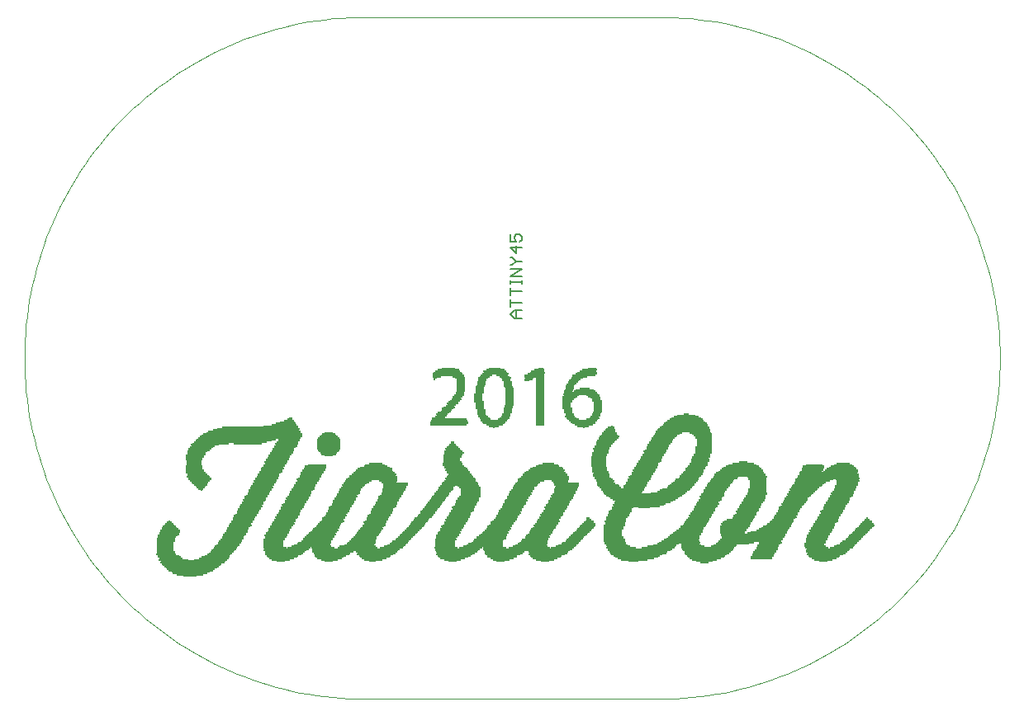
<source format=gto>
G75*
%MOIN*%
%OFA0B0*%
%FSLAX25Y25*%
%IPPOS*%
%LPD*%
%AMOC8*
5,1,8,0,0,1.08239X$1,22.5*
%
%ADD10C,0.00000*%
%ADD11C,0.00500*%
%ADD12R,0.05410X0.00541*%
%ADD13R,0.10810X0.00541*%
%ADD14R,0.14050X0.00540*%
%ADD15R,0.15670X0.00541*%
%ADD16R,0.17840X0.00540*%
%ADD17R,0.19460X0.00541*%
%ADD18R,0.21080X0.00540*%
%ADD19R,0.22160X0.00541*%
%ADD20R,0.23240X0.00540*%
%ADD21R,0.24320X0.00541*%
%ADD22R,0.25950X0.00540*%
%ADD23R,0.03250X0.00540*%
%ADD24R,0.26490X0.00541*%
%ADD25R,0.03250X0.00541*%
%ADD26R,0.03240X0.00541*%
%ADD27R,0.02700X0.00541*%
%ADD28R,0.03240X0.00541*%
%ADD29R,0.04330X0.00541*%
%ADD30R,0.07030X0.00541*%
%ADD31R,0.11900X0.00540*%
%ADD32R,0.13510X0.00540*%
%ADD33R,0.07570X0.00540*%
%ADD34R,0.07030X0.00540*%
%ADD35R,0.07560X0.00540*%
%ADD36R,0.07030X0.00540*%
%ADD37R,0.07560X0.00540*%
%ADD38R,0.10810X0.00540*%
%ADD39R,0.10270X0.00540*%
%ADD40R,0.09730X0.00541*%
%ADD41R,0.11890X0.00541*%
%ADD42R,0.10270X0.00541*%
%ADD43R,0.10270X0.00541*%
%ADD44R,0.09730X0.00541*%
%ADD45R,0.15130X0.00541*%
%ADD46R,0.12970X0.00541*%
%ADD47R,0.08650X0.00541*%
%ADD48R,0.09190X0.00541*%
%ADD49R,0.11350X0.00541*%
%ADD50R,0.11890X0.00541*%
%ADD51R,0.11900X0.00541*%
%ADD52R,0.17300X0.00541*%
%ADD53R,0.14590X0.00541*%
%ADD54R,0.08650X0.00541*%
%ADD55R,0.11890X0.00541*%
%ADD56R,0.08650X0.00540*%
%ADD57R,0.10270X0.00540*%
%ADD58R,0.12970X0.00540*%
%ADD59R,0.12970X0.00540*%
%ADD60R,0.12980X0.00540*%
%ADD61R,0.12430X0.00540*%
%ADD62R,0.18920X0.00540*%
%ADD63R,0.15670X0.00540*%
%ADD64R,0.08110X0.00541*%
%ADD65R,0.14590X0.00541*%
%ADD66R,0.14050X0.00541*%
%ADD67R,0.14600X0.00541*%
%ADD68R,0.14590X0.00541*%
%ADD69R,0.20540X0.00541*%
%ADD70R,0.16750X0.00541*%
%ADD71R,0.09730X0.00540*%
%ADD72R,0.15130X0.00540*%
%ADD73R,0.15680X0.00540*%
%ADD74R,0.15670X0.00540*%
%ADD75R,0.22700X0.00540*%
%ADD76R,0.18370X0.00540*%
%ADD77R,0.07570X0.00541*%
%ADD78R,0.09730X0.00541*%
%ADD79R,0.16210X0.00541*%
%ADD80R,0.16750X0.00541*%
%ADD81R,0.16760X0.00541*%
%ADD82R,0.16220X0.00541*%
%ADD83R,0.23780X0.00541*%
%ADD84R,0.18920X0.00541*%
%ADD85R,0.09190X0.00541*%
%ADD86R,0.07030X0.00540*%
%ADD87R,0.09730X0.00540*%
%ADD88R,0.17290X0.00540*%
%ADD89R,0.35130X0.00540*%
%ADD90R,0.17830X0.00540*%
%ADD91R,0.35130X0.00540*%
%ADD92R,0.25400X0.00540*%
%ADD93R,0.20000X0.00540*%
%ADD94R,0.08650X0.00540*%
%ADD95R,0.07030X0.00541*%
%ADD96R,0.18370X0.00541*%
%ADD97R,0.35670X0.00541*%
%ADD98R,0.36210X0.00541*%
%ADD99R,0.25940X0.00541*%
%ADD100R,0.20540X0.00541*%
%ADD101R,0.08640X0.00541*%
%ADD102R,0.17830X0.00541*%
%ADD103R,0.09190X0.00540*%
%ADD104R,0.16210X0.00540*%
%ADD105R,0.09180X0.00540*%
%ADD106R,0.09180X0.00540*%
%ADD107R,0.16750X0.00540*%
%ADD108R,0.13510X0.00540*%
%ADD109R,0.21620X0.00540*%
%ADD110R,0.08640X0.00540*%
%ADD111R,0.09190X0.00541*%
%ADD112R,0.08100X0.00541*%
%ADD113R,0.16210X0.00541*%
%ADD114R,0.08110X0.00541*%
%ADD115R,0.11350X0.00541*%
%ADD116R,0.09180X0.00541*%
%ADD117R,0.08640X0.00541*%
%ADD118R,0.08100X0.00540*%
%ADD119R,0.14590X0.00540*%
%ADD120R,0.09730X0.00540*%
%ADD121R,0.08110X0.00540*%
%ADD122R,0.08100X0.00541*%
%ADD123R,0.13510X0.00541*%
%ADD124R,0.07020X0.00541*%
%ADD125R,0.14050X0.00541*%
%ADD126R,0.07560X0.00541*%
%ADD127R,0.08110X0.00541*%
%ADD128R,0.07030X0.00541*%
%ADD129R,0.09190X0.00541*%
%ADD130R,0.13510X0.00541*%
%ADD131R,0.07020X0.00541*%
%ADD132R,0.12970X0.00541*%
%ADD133R,0.07030X0.00541*%
%ADD134R,0.10810X0.00540*%
%ADD135R,0.06480X0.00540*%
%ADD136R,0.25410X0.00540*%
%ADD137R,0.07570X0.00541*%
%ADD138R,0.12430X0.00541*%
%ADD139R,0.06490X0.00541*%
%ADD140R,0.08640X0.00541*%
%ADD141R,0.10810X0.00541*%
%ADD142R,0.25410X0.00541*%
%ADD143R,0.06490X0.00541*%
%ADD144R,0.11890X0.00540*%
%ADD145R,0.06490X0.00540*%
%ADD146R,0.11890X0.00540*%
%ADD147R,0.24870X0.00540*%
%ADD148R,0.06490X0.00541*%
%ADD149R,0.10270X0.00541*%
%ADD150R,0.06490X0.00541*%
%ADD151R,0.12970X0.00541*%
%ADD152R,0.25410X0.00541*%
%ADD153R,0.09190X0.00540*%
%ADD154R,0.11360X0.00540*%
%ADD155R,0.06490X0.00540*%
%ADD156R,0.11350X0.00540*%
%ADD157R,0.26490X0.00540*%
%ADD158R,0.11360X0.00541*%
%ADD159R,0.08110X0.00540*%
%ADD160R,0.10820X0.00540*%
%ADD161R,0.10820X0.00540*%
%ADD162R,0.16220X0.00540*%
%ADD163R,0.07020X0.00541*%
%ADD164R,0.09180X0.00541*%
%ADD165R,0.10270X0.00541*%
%ADD166R,0.06480X0.00541*%
%ADD167R,0.06480X0.00540*%
%ADD168R,0.10270X0.00540*%
%ADD169R,0.08640X0.00540*%
%ADD170R,0.06490X0.00540*%
%ADD171R,0.09180X0.00540*%
%ADD172R,0.08110X0.00540*%
%ADD173R,0.09730X0.00540*%
%ADD174R,0.11350X0.00540*%
%ADD175R,0.09190X0.00540*%
%ADD176R,0.05400X0.00541*%
%ADD177R,0.08640X0.00541*%
%ADD178R,0.06480X0.00541*%
%ADD179R,0.04320X0.00541*%
%ADD180R,0.05940X0.00541*%
%ADD181R,0.09180X0.00541*%
%ADD182R,0.05950X0.00541*%
%ADD183R,0.09730X0.00541*%
%ADD184R,0.05940X0.00541*%
%ADD185R,0.03240X0.00540*%
%ADD186R,0.09190X0.00540*%
%ADD187R,0.05940X0.00540*%
%ADD188R,0.05400X0.00540*%
%ADD189R,0.08110X0.00540*%
%ADD190R,0.11890X0.00540*%
%ADD191R,0.02160X0.00541*%
%ADD192R,0.08110X0.00541*%
%ADD193R,0.04320X0.00541*%
%ADD194R,0.01080X0.00540*%
%ADD195R,0.06480X0.00540*%
%ADD196R,0.03780X0.00540*%
%ADD197R,0.06480X0.00541*%
%ADD198R,0.02160X0.00541*%
%ADD199R,0.05940X0.00540*%
%ADD200R,0.01620X0.00540*%
%ADD201R,0.08640X0.00540*%
%ADD202R,0.01080X0.00540*%
%ADD203R,0.06480X0.00541*%
%ADD204R,0.05950X0.00540*%
%ADD205R,0.05950X0.00541*%
%ADD206R,0.04860X0.00541*%
%ADD207R,0.20540X0.00541*%
%ADD208R,0.21080X0.00540*%
%ADD209R,0.22700X0.00541*%
%ADD210R,0.05950X0.00540*%
%ADD211R,0.23780X0.00540*%
%ADD212R,0.25400X0.00541*%
%ADD213R,0.27560X0.00540*%
%ADD214R,0.28640X0.00541*%
%ADD215R,0.30820X0.00540*%
%ADD216R,0.31900X0.00541*%
%ADD217R,0.05940X0.00541*%
%ADD218R,0.15680X0.00541*%
%ADD219R,0.14060X0.00541*%
%ADD220R,0.16220X0.00540*%
%ADD221R,0.07570X0.00540*%
%ADD222R,0.00540X0.00541*%
%ADD223R,0.05940X0.00541*%
%ADD224R,0.17300X0.00541*%
%ADD225R,0.07570X0.00541*%
%ADD226R,0.10810X0.00541*%
%ADD227R,0.02160X0.00540*%
%ADD228R,0.17300X0.00540*%
%ADD229R,0.03240X0.00541*%
%ADD230R,0.04320X0.00540*%
%ADD231R,0.05400X0.00541*%
%ADD232R,0.09180X0.00541*%
%ADD233R,0.12430X0.00540*%
%ADD234R,0.14060X0.00540*%
%ADD235R,0.20540X0.00541*%
%ADD236R,0.12430X0.00541*%
%ADD237R,0.07570X0.00541*%
%ADD238R,0.15680X0.00541*%
%ADD239R,0.07030X0.00540*%
%ADD240R,0.10270X0.00540*%
%ADD241R,0.07570X0.00540*%
%ADD242R,0.25410X0.00540*%
%ADD243R,0.19460X0.00541*%
%ADD244R,0.19460X0.00541*%
%ADD245R,0.24870X0.00541*%
%ADD246R,0.18920X0.00541*%
%ADD247R,0.18380X0.00541*%
%ADD248R,0.08100X0.00540*%
%ADD249R,0.17840X0.00540*%
%ADD250R,0.20540X0.00540*%
%ADD251R,0.24330X0.00540*%
%ADD252R,0.23790X0.00541*%
%ADD253R,0.15680X0.00540*%
%ADD254R,0.07560X0.00541*%
%ADD255R,0.13520X0.00541*%
%ADD256R,0.07020X0.00540*%
%ADD257R,0.14060X0.00540*%
%ADD258R,0.13520X0.00540*%
%ADD259R,0.12440X0.00540*%
%ADD260R,0.15140X0.00541*%
%ADD261R,0.10820X0.00541*%
%ADD262R,0.13520X0.00540*%
%ADD263R,0.11360X0.00541*%
%ADD264R,0.05400X0.00540*%
%ADD265R,0.04860X0.00540*%
%ADD266R,0.03780X0.00541*%
%ADD267R,0.03780X0.00541*%
%ADD268R,0.04870X0.00541*%
%ADD269R,0.03780X0.00540*%
%ADD270R,0.02700X0.00541*%
%ADD271R,0.11360X0.00541*%
%ADD272R,0.01620X0.00541*%
%ADD273R,0.29730X0.00540*%
%ADD274R,0.30810X0.00541*%
%ADD275R,0.31890X0.00540*%
%ADD276R,0.41620X0.00541*%
%ADD277R,0.41620X0.00540*%
%ADD278R,0.40540X0.00541*%
%ADD279R,0.40000X0.00540*%
%ADD280R,0.05410X0.00540*%
%ADD281R,0.38380X0.00541*%
%ADD282R,0.10820X0.00541*%
%ADD283R,0.37300X0.00540*%
%ADD284R,0.04870X0.00540*%
%ADD285R,0.22170X0.00540*%
%ADD286R,0.35130X0.00541*%
%ADD287R,0.04330X0.00541*%
%ADD288R,0.21620X0.00541*%
%ADD289R,0.33510X0.00540*%
%ADD290R,0.03250X0.00540*%
%ADD291R,0.30810X0.00541*%
%ADD292R,0.01080X0.00541*%
%ADD293R,0.01080X0.00541*%
%ADD294R,0.20000X0.00541*%
%ADD295R,0.04870X0.00541*%
%ADD296R,0.15140X0.00540*%
%ADD297R,0.07020X0.00540*%
%ADD298R,0.03780X0.00540*%
%ADD299R,0.07570X0.00540*%
%ADD300R,0.18380X0.00540*%
%ADD301R,0.15680X0.00541*%
%ADD302R,0.03780X0.00541*%
%ADD303R,0.16210X0.00540*%
%ADD304R,0.04330X0.00541*%
%ADD305R,0.02160X0.00540*%
%ADD306R,0.04330X0.00540*%
%ADD307R,0.04330X0.00540*%
%ADD308R,0.04860X0.00540*%
%ADD309R,0.05410X0.00541*%
%ADD310R,0.04320X0.00541*%
%ADD311R,0.04320X0.00540*%
%ADD312R,0.03790X0.00540*%
%ADD313R,0.03790X0.00541*%
%ADD314R,0.03790X0.00540*%
%ADD315R,0.04860X0.00541*%
%ADD316R,0.03790X0.00541*%
%ADD317R,0.03790X0.00541*%
%ADD318R,0.04870X0.00541*%
%ADD319R,0.03790X0.00541*%
%ADD320R,0.03780X0.00541*%
%ADD321R,0.04330X0.00540*%
%ADD322R,0.04330X0.00540*%
%ADD323R,0.03790X0.00540*%
%ADD324R,0.04320X0.00540*%
%ADD325R,0.05940X0.00540*%
%ADD326R,0.04330X0.00541*%
%ADD327R,0.03240X0.00540*%
%ADD328R,0.02160X0.00541*%
%ADD329R,0.00540X0.00540*%
%ADD330R,0.03790X0.00540*%
%ADD331R,0.04320X0.00540*%
%ADD332R,0.01620X0.00541*%
%ADD333R,0.12980X0.00540*%
%ADD334R,0.04870X0.00540*%
%ADD335R,0.12440X0.00541*%
%ADD336R,0.10820X0.00541*%
%ADD337R,0.09720X0.00540*%
D10*
X0142795Y0005000D02*
X0260906Y0005000D01*
X0264236Y0005040D01*
X0267563Y0005161D01*
X0270887Y0005362D01*
X0274205Y0005643D01*
X0277515Y0006005D01*
X0280816Y0006446D01*
X0284105Y0006967D01*
X0287380Y0007567D01*
X0290640Y0008246D01*
X0293883Y0009004D01*
X0297106Y0009840D01*
X0300308Y0010754D01*
X0303487Y0011744D01*
X0306641Y0012811D01*
X0309769Y0013954D01*
X0312868Y0015173D01*
X0315936Y0016466D01*
X0318973Y0017832D01*
X0321976Y0019272D01*
X0324943Y0020784D01*
X0327872Y0022367D01*
X0330763Y0024020D01*
X0333612Y0025743D01*
X0336419Y0027534D01*
X0339182Y0029392D01*
X0341900Y0031317D01*
X0344570Y0033306D01*
X0347191Y0035360D01*
X0349762Y0037476D01*
X0352281Y0039654D01*
X0354747Y0041892D01*
X0357157Y0044189D01*
X0359512Y0046544D01*
X0361809Y0048954D01*
X0364047Y0051420D01*
X0366225Y0053939D01*
X0368341Y0056510D01*
X0370395Y0059131D01*
X0372384Y0061801D01*
X0374309Y0064519D01*
X0376167Y0067282D01*
X0377958Y0070089D01*
X0379681Y0072938D01*
X0381334Y0075829D01*
X0382917Y0078758D01*
X0384429Y0081725D01*
X0385869Y0084728D01*
X0387235Y0087765D01*
X0388528Y0090833D01*
X0389747Y0093932D01*
X0390890Y0097060D01*
X0391957Y0100214D01*
X0392947Y0103393D01*
X0393861Y0106595D01*
X0394697Y0109818D01*
X0395455Y0113061D01*
X0396134Y0116321D01*
X0396734Y0119596D01*
X0397255Y0122885D01*
X0397696Y0126186D01*
X0398058Y0129496D01*
X0398339Y0132814D01*
X0398540Y0136138D01*
X0398661Y0139465D01*
X0398701Y0142795D01*
X0398661Y0146125D01*
X0398540Y0149452D01*
X0398339Y0152776D01*
X0398058Y0156094D01*
X0397696Y0159404D01*
X0397255Y0162705D01*
X0396734Y0165994D01*
X0396134Y0169269D01*
X0395455Y0172529D01*
X0394697Y0175772D01*
X0393861Y0178995D01*
X0392947Y0182197D01*
X0391957Y0185376D01*
X0390890Y0188530D01*
X0389747Y0191658D01*
X0388528Y0194757D01*
X0387235Y0197825D01*
X0385869Y0200862D01*
X0384429Y0203865D01*
X0382917Y0206832D01*
X0381334Y0209761D01*
X0379681Y0212652D01*
X0377958Y0215501D01*
X0376167Y0218308D01*
X0374309Y0221071D01*
X0372384Y0223789D01*
X0370395Y0226459D01*
X0368341Y0229080D01*
X0366225Y0231651D01*
X0364047Y0234170D01*
X0361809Y0236636D01*
X0359512Y0239046D01*
X0357157Y0241401D01*
X0354747Y0243698D01*
X0352281Y0245936D01*
X0349762Y0248114D01*
X0347191Y0250230D01*
X0344570Y0252284D01*
X0341900Y0254273D01*
X0339182Y0256198D01*
X0336419Y0258056D01*
X0333612Y0259847D01*
X0330763Y0261570D01*
X0327872Y0263223D01*
X0324943Y0264806D01*
X0321976Y0266318D01*
X0318973Y0267758D01*
X0315936Y0269124D01*
X0312868Y0270417D01*
X0309769Y0271636D01*
X0306641Y0272779D01*
X0303487Y0273846D01*
X0300308Y0274836D01*
X0297106Y0275750D01*
X0293883Y0276586D01*
X0290640Y0277344D01*
X0287380Y0278023D01*
X0284105Y0278623D01*
X0280816Y0279144D01*
X0277515Y0279585D01*
X0274205Y0279947D01*
X0270887Y0280228D01*
X0267563Y0280429D01*
X0264236Y0280550D01*
X0260906Y0280590D01*
X0260906Y0280591D02*
X0142795Y0280591D01*
X0005000Y0142795D02*
X0005040Y0139465D01*
X0005161Y0136138D01*
X0005362Y0132814D01*
X0005643Y0129496D01*
X0006005Y0126186D01*
X0006446Y0122885D01*
X0006967Y0119596D01*
X0007567Y0116321D01*
X0008246Y0113061D01*
X0009004Y0109818D01*
X0009840Y0106595D01*
X0010754Y0103393D01*
X0011744Y0100214D01*
X0012811Y0097060D01*
X0013954Y0093932D01*
X0015173Y0090833D01*
X0016466Y0087765D01*
X0017832Y0084728D01*
X0019272Y0081725D01*
X0020784Y0078758D01*
X0022367Y0075829D01*
X0024020Y0072938D01*
X0025743Y0070089D01*
X0027534Y0067282D01*
X0029392Y0064519D01*
X0031317Y0061801D01*
X0033306Y0059131D01*
X0035360Y0056510D01*
X0037476Y0053939D01*
X0039654Y0051420D01*
X0041892Y0048954D01*
X0044189Y0046544D01*
X0046544Y0044189D01*
X0048954Y0041892D01*
X0051420Y0039654D01*
X0053939Y0037476D01*
X0056510Y0035360D01*
X0059131Y0033306D01*
X0061801Y0031317D01*
X0064519Y0029392D01*
X0067282Y0027534D01*
X0070089Y0025743D01*
X0072938Y0024020D01*
X0075829Y0022367D01*
X0078758Y0020784D01*
X0081725Y0019272D01*
X0084728Y0017832D01*
X0087765Y0016466D01*
X0090833Y0015173D01*
X0093932Y0013954D01*
X0097060Y0012811D01*
X0100214Y0011744D01*
X0103393Y0010754D01*
X0106595Y0009840D01*
X0109818Y0009004D01*
X0113061Y0008246D01*
X0116321Y0007567D01*
X0119596Y0006967D01*
X0122885Y0006446D01*
X0126186Y0006005D01*
X0129496Y0005643D01*
X0132814Y0005362D01*
X0136138Y0005161D01*
X0139465Y0005040D01*
X0142795Y0005000D01*
X0005000Y0142795D02*
X0005040Y0146125D01*
X0005161Y0149452D01*
X0005362Y0152776D01*
X0005643Y0156094D01*
X0006005Y0159404D01*
X0006446Y0162705D01*
X0006967Y0165994D01*
X0007567Y0169269D01*
X0008246Y0172529D01*
X0009004Y0175772D01*
X0009840Y0178995D01*
X0010754Y0182197D01*
X0011744Y0185376D01*
X0012811Y0188530D01*
X0013954Y0191658D01*
X0015173Y0194757D01*
X0016466Y0197825D01*
X0017832Y0200862D01*
X0019272Y0203865D01*
X0020784Y0206832D01*
X0022367Y0209761D01*
X0024020Y0212652D01*
X0025743Y0215501D01*
X0027534Y0218308D01*
X0029392Y0221071D01*
X0031317Y0223789D01*
X0033306Y0226459D01*
X0035360Y0229080D01*
X0037476Y0231651D01*
X0039654Y0234170D01*
X0041892Y0236636D01*
X0044189Y0239046D01*
X0046544Y0241401D01*
X0048954Y0243698D01*
X0051420Y0245936D01*
X0053939Y0248114D01*
X0056510Y0250230D01*
X0059131Y0252284D01*
X0061801Y0254273D01*
X0064519Y0256198D01*
X0067282Y0258056D01*
X0070089Y0259847D01*
X0072938Y0261570D01*
X0075829Y0263223D01*
X0078758Y0264806D01*
X0081725Y0266318D01*
X0084728Y0267758D01*
X0087765Y0269124D01*
X0090833Y0270417D01*
X0093932Y0271636D01*
X0097060Y0272779D01*
X0100214Y0273846D01*
X0103393Y0274836D01*
X0106595Y0275750D01*
X0109818Y0276586D01*
X0113061Y0277344D01*
X0116321Y0278023D01*
X0119596Y0278623D01*
X0122885Y0279144D01*
X0126186Y0279585D01*
X0129496Y0279947D01*
X0132814Y0280228D01*
X0136138Y0280429D01*
X0139465Y0280550D01*
X0142795Y0280590D01*
D11*
X0201171Y0192636D02*
X0201171Y0189633D01*
X0203423Y0189633D01*
X0202673Y0191134D01*
X0202673Y0191885D01*
X0203423Y0192636D01*
X0204925Y0192636D01*
X0205675Y0191885D01*
X0205675Y0190384D01*
X0204925Y0189633D01*
X0203423Y0188032D02*
X0203423Y0185029D01*
X0201171Y0187281D01*
X0205675Y0187281D01*
X0205675Y0181926D02*
X0203423Y0181926D01*
X0201922Y0183428D01*
X0201171Y0183428D01*
X0203423Y0181926D02*
X0201922Y0180425D01*
X0201171Y0180425D01*
X0201171Y0178824D02*
X0205675Y0178824D01*
X0201171Y0175821D01*
X0205675Y0175821D01*
X0205675Y0174253D02*
X0205675Y0172752D01*
X0205675Y0173503D02*
X0201171Y0173503D01*
X0201171Y0174253D02*
X0201171Y0172752D01*
X0201171Y0171151D02*
X0201171Y0168148D01*
X0201171Y0169649D02*
X0205675Y0169649D01*
X0201171Y0166547D02*
X0201171Y0163544D01*
X0201171Y0165045D02*
X0205675Y0165045D01*
X0205675Y0161943D02*
X0202673Y0161943D01*
X0201171Y0160441D01*
X0202673Y0158940D01*
X0205675Y0158940D01*
X0203423Y0158940D02*
X0203423Y0161943D01*
D12*
X0071755Y0054730D03*
D13*
X0071755Y0055270D03*
X0180945Y0094730D03*
X0291215Y0073648D03*
D14*
X0071755Y0055811D03*
D15*
X0072025Y0056352D03*
D16*
X0072030Y0056892D03*
X0294190Y0096892D03*
D17*
X0072300Y0057432D03*
D18*
X0072570Y0057973D03*
D19*
X0072570Y0058513D03*
D20*
X0072570Y0059054D03*
D21*
X0072570Y0059595D03*
D22*
X0072835Y0060135D03*
D23*
X0200405Y0122838D03*
X0200405Y0130946D03*
X0279325Y0060135D03*
D24*
X0299055Y0071486D03*
X0073105Y0060675D03*
D25*
X0108515Y0060675D03*
X0189055Y0131486D03*
X0200405Y0123378D03*
D26*
X0225270Y0131486D03*
X0236080Y0120675D03*
X0197160Y0060675D03*
X0127970Y0060675D03*
X0327430Y0060675D03*
D27*
X0145540Y0060675D03*
D28*
X0177700Y0060675D03*
X0215000Y0060675D03*
D29*
X0250675Y0060675D03*
X0198785Y0118513D03*
X0190675Y0118513D03*
D30*
X0239055Y0108243D03*
X0239595Y0092567D03*
X0279055Y0106621D03*
X0279595Y0060675D03*
X0061755Y0066621D03*
X0061755Y0068243D03*
D31*
X0065270Y0061216D03*
X0245810Y0066081D03*
D32*
X0270945Y0069865D03*
X0178515Y0062838D03*
X0080135Y0061216D03*
D33*
X0062025Y0063919D03*
X0062025Y0068784D03*
X0062025Y0069865D03*
X0108515Y0061216D03*
X0127975Y0110946D03*
X0231215Y0129865D03*
X0239325Y0108784D03*
X0239325Y0093108D03*
X0239865Y0092027D03*
X0242565Y0073108D03*
X0242565Y0072027D03*
X0242565Y0070946D03*
X0276625Y0099054D03*
X0277165Y0100135D03*
X0327435Y0061216D03*
X0336625Y0067162D03*
D34*
X0279055Y0106081D03*
X0279055Y0110946D03*
X0156895Y0068784D03*
X0128245Y0061216D03*
X0061755Y0066081D03*
X0061755Y0067162D03*
D35*
X0073920Y0096892D03*
X0073920Y0102838D03*
X0074460Y0103919D03*
X0145810Y0061216D03*
X0224190Y0067162D03*
D36*
X0197435Y0061216D03*
X0177975Y0061216D03*
X0221215Y0093108D03*
X0237435Y0096892D03*
X0237975Y0106081D03*
X0238515Y0107162D03*
X0278515Y0103919D03*
X0301215Y0093108D03*
X0301215Y0092027D03*
X0301215Y0090946D03*
X0338515Y0068784D03*
X0177435Y0101216D03*
D37*
X0155000Y0067162D03*
X0215000Y0061216D03*
X0195000Y0137973D03*
D38*
X0209595Y0093108D03*
X0251215Y0061216D03*
X0291215Y0073108D03*
X0318785Y0088784D03*
X0141485Y0068784D03*
X0126355Y0073108D03*
X0139865Y0093108D03*
D39*
X0142295Y0069865D03*
X0230405Y0116892D03*
X0264455Y0112027D03*
X0290945Y0072027D03*
X0279595Y0061216D03*
D40*
X0244725Y0066621D03*
X0212835Y0071486D03*
X0207435Y0091486D03*
X0208515Y0092567D03*
X0144185Y0072567D03*
X0127975Y0106621D03*
X0127975Y0108243D03*
X0064185Y0061756D03*
X0317165Y0086621D03*
D41*
X0272295Y0071486D03*
X0267435Y0089324D03*
X0216085Y0098513D03*
X0146355Y0098513D03*
X0081485Y0061756D03*
D42*
X0108785Y0061756D03*
X0146085Y0061756D03*
X0177975Y0061756D03*
X0195275Y0072567D03*
X0215275Y0061756D03*
X0223915Y0091486D03*
X0175815Y0137432D03*
X0154725Y0091486D03*
X0287165Y0066621D03*
X0318515Y0088243D03*
D43*
X0290945Y0072567D03*
X0270405Y0091486D03*
X0327705Y0061756D03*
X0141755Y0069324D03*
X0128245Y0061756D03*
X0139055Y0092567D03*
D44*
X0143645Y0071486D03*
X0197705Y0061756D03*
X0083645Y0063378D03*
D45*
X0180945Y0091486D03*
X0251755Y0061756D03*
X0292295Y0068243D03*
X0271755Y0117432D03*
D46*
X0322025Y0092567D03*
X0279865Y0061756D03*
D47*
X0277705Y0078513D03*
X0278785Y0080675D03*
X0279325Y0081756D03*
X0280405Y0083378D03*
X0283105Y0088243D03*
X0297165Y0081756D03*
X0296625Y0080675D03*
X0298245Y0083378D03*
X0311215Y0077432D03*
X0313375Y0080675D03*
X0313915Y0081756D03*
X0326355Y0072567D03*
X0325815Y0071486D03*
X0324185Y0066621D03*
X0329055Y0077432D03*
X0329595Y0078513D03*
X0331755Y0081756D03*
X0332295Y0083378D03*
X0336085Y0089324D03*
X0337165Y0091486D03*
X0337165Y0092567D03*
X0323645Y0098513D03*
X0323105Y0097432D03*
X0277705Y0112567D03*
X0262025Y0109324D03*
X0261485Y0108243D03*
X0260405Y0106621D03*
X0258785Y0103378D03*
X0257705Y0101756D03*
X0257165Y0100675D03*
X0252295Y0092567D03*
X0251755Y0091486D03*
X0240405Y0091486D03*
X0244185Y0078513D03*
X0243105Y0069324D03*
X0243645Y0068243D03*
X0218785Y0080675D03*
X0219325Y0081756D03*
X0222025Y0086621D03*
X0223105Y0088243D03*
X0217165Y0078513D03*
X0216625Y0077432D03*
X0202565Y0083378D03*
X0201485Y0081756D03*
X0200945Y0080675D03*
X0199865Y0078513D03*
X0204185Y0086621D03*
X0205815Y0089324D03*
X0183105Y0083378D03*
X0182025Y0081756D03*
X0181485Y0080675D03*
X0176625Y0072567D03*
X0176085Y0071486D03*
X0150675Y0083378D03*
X0149595Y0081756D03*
X0149055Y0080675D03*
X0147975Y0078513D03*
X0147435Y0077432D03*
X0132295Y0081756D03*
X0131755Y0080675D03*
X0130135Y0078513D03*
X0129595Y0077432D03*
X0136085Y0088243D03*
X0136625Y0089324D03*
X0153375Y0088243D03*
X0178785Y0098513D03*
X0231215Y0129324D03*
X0303105Y0063378D03*
X0302565Y0061756D03*
X0122565Y0098513D03*
X0118785Y0092567D03*
X0118245Y0091486D03*
X0117165Y0089324D03*
X0116625Y0088243D03*
X0112835Y0081756D03*
X0112295Y0080675D03*
X0110135Y0077432D03*
X0107435Y0072567D03*
X0106895Y0071486D03*
X0105815Y0069324D03*
X0093375Y0077432D03*
X0093915Y0078513D03*
X0090675Y0072567D03*
X0088515Y0069324D03*
X0096625Y0083378D03*
X0099325Y0088243D03*
X0101485Y0091486D03*
X0102025Y0092567D03*
X0107975Y0103378D03*
X0110135Y0106621D03*
X0111755Y0109324D03*
D48*
X0100675Y0090405D03*
X0097975Y0085541D03*
X0092025Y0075270D03*
X0063375Y0062298D03*
X0146625Y0076352D03*
X0177975Y0074730D03*
X0197975Y0076352D03*
X0217975Y0079595D03*
D49*
X0292025Y0075270D03*
X0292565Y0076352D03*
X0308785Y0074730D03*
X0320135Y0090405D03*
X0140675Y0067702D03*
X0128245Y0062298D03*
X0082295Y0062298D03*
X0077975Y0107702D03*
D50*
X0109055Y0062298D03*
X0146355Y0062298D03*
X0178245Y0062298D03*
X0197705Y0062298D03*
X0210135Y0067702D03*
X0291755Y0074730D03*
X0307435Y0073648D03*
D51*
X0215540Y0062298D03*
X0124190Y0070405D03*
D52*
X0252300Y0062298D03*
X0271760Y0116352D03*
D53*
X0280135Y0062298D03*
D54*
X0278245Y0079595D03*
X0279865Y0082298D03*
X0280945Y0084459D03*
X0296085Y0079595D03*
X0297705Y0082298D03*
X0298785Y0084459D03*
X0299325Y0085541D03*
X0312835Y0079595D03*
X0326895Y0073648D03*
X0327435Y0074730D03*
X0327975Y0075270D03*
X0328515Y0076352D03*
X0330135Y0079595D03*
X0331755Y0082298D03*
X0333915Y0085541D03*
X0336625Y0090405D03*
X0305815Y0067702D03*
X0302565Y0062298D03*
X0273915Y0095270D03*
X0258245Y0102298D03*
X0259325Y0104459D03*
X0259865Y0105541D03*
X0260945Y0107702D03*
X0256625Y0099595D03*
X0253915Y0095270D03*
X0251215Y0090405D03*
X0246355Y0082298D03*
X0241485Y0090405D03*
X0243105Y0075270D03*
X0243645Y0067702D03*
X0220945Y0084459D03*
X0221485Y0085541D03*
X0222565Y0087702D03*
X0216085Y0076352D03*
X0202025Y0082298D03*
X0203105Y0084459D03*
X0203645Y0085541D03*
X0206355Y0090405D03*
X0200405Y0079595D03*
X0184185Y0085541D03*
X0183645Y0084459D03*
X0180945Y0079595D03*
X0178785Y0076352D03*
X0178245Y0075270D03*
X0177165Y0073648D03*
X0153375Y0087702D03*
X0151755Y0085541D03*
X0151215Y0084459D03*
X0150135Y0082298D03*
X0148515Y0079595D03*
X0145815Y0074730D03*
X0133915Y0084459D03*
X0132295Y0082298D03*
X0137165Y0090405D03*
X0120405Y0094730D03*
X0120405Y0095270D03*
X0117705Y0090405D03*
X0116085Y0087702D03*
X0104185Y0096352D03*
X0103645Y0095270D03*
X0103105Y0094730D03*
X0102565Y0093648D03*
X0105815Y0099595D03*
X0107435Y0102298D03*
X0109595Y0105541D03*
X0110675Y0107702D03*
X0127975Y0105541D03*
X0127975Y0110405D03*
X0099325Y0087702D03*
X0097165Y0084459D03*
X0096085Y0082298D03*
X0092835Y0076352D03*
X0091755Y0074730D03*
X0091215Y0073648D03*
X0089055Y0070405D03*
X0087435Y0067702D03*
X0106355Y0070405D03*
X0107975Y0073648D03*
X0108515Y0074730D03*
X0109055Y0075270D03*
X0109595Y0076352D03*
X0231755Y0136352D03*
D55*
X0193375Y0070405D03*
X0327975Y0062298D03*
D56*
X0325815Y0072027D03*
X0329595Y0077973D03*
X0330135Y0079054D03*
X0330675Y0080135D03*
X0331215Y0081216D03*
X0332295Y0082838D03*
X0332835Y0083919D03*
X0333915Y0086081D03*
X0336085Y0089865D03*
X0336625Y0090946D03*
X0337165Y0092027D03*
X0323645Y0099054D03*
X0323105Y0097973D03*
X0322565Y0096892D03*
X0313375Y0081216D03*
X0312835Y0080135D03*
X0312295Y0079054D03*
X0311755Y0077973D03*
X0299865Y0086081D03*
X0297705Y0082838D03*
X0297165Y0081216D03*
X0283645Y0088784D03*
X0284185Y0089865D03*
X0282025Y0086081D03*
X0279325Y0081216D03*
X0277165Y0077973D03*
X0252835Y0093108D03*
X0252295Y0092027D03*
X0256085Y0099054D03*
X0256625Y0100135D03*
X0258245Y0102838D03*
X0258785Y0103919D03*
X0260405Y0106081D03*
X0260945Y0107162D03*
X0262565Y0109865D03*
X0240945Y0090946D03*
X0245815Y0081216D03*
X0243645Y0076892D03*
X0243105Y0068784D03*
X0244185Y0067162D03*
X0220405Y0083919D03*
X0219865Y0082838D03*
X0218785Y0081216D03*
X0218245Y0080135D03*
X0217705Y0079054D03*
X0217165Y0077973D03*
X0223105Y0088784D03*
X0206355Y0089865D03*
X0204185Y0086081D03*
X0202025Y0082838D03*
X0199865Y0079054D03*
X0199325Y0077973D03*
X0184185Y0086081D03*
X0183105Y0083919D03*
X0182565Y0082838D03*
X0180945Y0080135D03*
X0180405Y0079054D03*
X0179865Y0077973D03*
X0179325Y0076892D03*
X0177165Y0073108D03*
X0184185Y0090946D03*
X0179325Y0097973D03*
X0153915Y0088784D03*
X0152835Y0087162D03*
X0152295Y0086081D03*
X0151215Y0083919D03*
X0149595Y0081216D03*
X0149055Y0080135D03*
X0147435Y0077973D03*
X0146895Y0076892D03*
X0133375Y0083919D03*
X0132835Y0082838D03*
X0131755Y0081216D03*
X0131215Y0080135D03*
X0130675Y0079054D03*
X0136085Y0088784D03*
X0136625Y0089865D03*
X0137705Y0090946D03*
X0122565Y0099054D03*
X0122025Y0097973D03*
X0121485Y0096892D03*
X0119325Y0093108D03*
X0118785Y0092027D03*
X0118245Y0090946D03*
X0116625Y0088784D03*
X0116085Y0087162D03*
X0113915Y0083919D03*
X0113375Y0082838D03*
X0112295Y0081216D03*
X0111755Y0080135D03*
X0111215Y0079054D03*
X0110675Y0077973D03*
X0110135Y0076892D03*
X0107975Y0073108D03*
X0097165Y0083919D03*
X0098245Y0086081D03*
X0098785Y0087162D03*
X0099865Y0088784D03*
X0100405Y0089865D03*
X0100945Y0090946D03*
X0101485Y0092027D03*
X0105815Y0099054D03*
X0106355Y0100135D03*
X0106895Y0101216D03*
X0107975Y0102838D03*
X0108515Y0103919D03*
X0109595Y0106081D03*
X0111215Y0108784D03*
X0111755Y0109865D03*
X0093375Y0077973D03*
X0092835Y0076892D03*
X0090675Y0073108D03*
X0090135Y0072027D03*
X0089595Y0070946D03*
X0089055Y0069865D03*
X0063105Y0062838D03*
X0176085Y0137973D03*
X0303645Y0063919D03*
X0303105Y0062838D03*
D57*
X0269865Y0090946D03*
X0272025Y0119054D03*
X0223915Y0092027D03*
X0195815Y0073108D03*
X0154725Y0092027D03*
X0082835Y0062838D03*
D58*
X0109055Y0062838D03*
X0180945Y0093108D03*
X0209595Y0067162D03*
X0306895Y0073108D03*
D59*
X0327975Y0062838D03*
X0128515Y0062838D03*
D60*
X0146350Y0062838D03*
X0215540Y0062838D03*
D61*
X0197975Y0062838D03*
X0192025Y0068784D03*
X0140135Y0067162D03*
X0122835Y0068784D03*
X0266625Y0088784D03*
X0271485Y0070946D03*
D62*
X0252030Y0062838D03*
X0252030Y0082838D03*
D63*
X0269865Y0068784D03*
X0280135Y0062838D03*
X0328785Y0063919D03*
X0198515Y0063919D03*
X0109865Y0063919D03*
D64*
X0133105Y0083378D03*
X0063915Y0072567D03*
X0062295Y0063378D03*
X0243915Y0077432D03*
X0246085Y0081756D03*
X0300135Y0086621D03*
D65*
X0109325Y0063378D03*
D66*
X0129055Y0063378D03*
X0180945Y0092567D03*
X0209055Y0066621D03*
X0198245Y0063378D03*
X0270135Y0069324D03*
X0229595Y0128243D03*
D67*
X0215810Y0097432D03*
X0176350Y0117432D03*
X0146080Y0097432D03*
X0146620Y0063378D03*
X0215810Y0063378D03*
X0305540Y0072567D03*
D68*
X0328245Y0063378D03*
X0178515Y0063378D03*
X0139595Y0066621D03*
X0080135Y0108243D03*
D69*
X0252300Y0063378D03*
D70*
X0269325Y0068243D03*
X0280135Y0063378D03*
D71*
X0287975Y0067162D03*
X0316625Y0086081D03*
X0324725Y0066081D03*
X0224185Y0090946D03*
X0216085Y0099054D03*
X0207975Y0092027D03*
X0213915Y0073108D03*
X0213375Y0072027D03*
X0127975Y0107162D03*
X0127975Y0108784D03*
X0077165Y0107162D03*
X0084185Y0063919D03*
D72*
X0129055Y0063919D03*
X0180945Y0092027D03*
D73*
X0176350Y0116892D03*
X0147160Y0063919D03*
X0216350Y0063919D03*
D74*
X0179055Y0063919D03*
D75*
X0252840Y0063919D03*
D76*
X0280405Y0063919D03*
D77*
X0277165Y0099595D03*
X0062565Y0070405D03*
X0062025Y0064459D03*
D78*
X0084725Y0064459D03*
X0085815Y0065541D03*
X0127435Y0074730D03*
X0127975Y0075270D03*
X0142565Y0070405D03*
X0127975Y0107702D03*
X0197165Y0075270D03*
X0230675Y0116352D03*
X0276085Y0076352D03*
X0316625Y0085541D03*
X0337165Y0093648D03*
D79*
X0198785Y0064459D03*
X0110135Y0064459D03*
D80*
X0129325Y0064459D03*
X0179595Y0064459D03*
X0328785Y0064459D03*
D81*
X0215270Y0096352D03*
X0146080Y0096352D03*
X0147160Y0064459D03*
D82*
X0216620Y0064459D03*
D83*
X0252840Y0064459D03*
D84*
X0280680Y0064459D03*
D85*
X0303915Y0064459D03*
X0310405Y0076352D03*
X0314185Y0082298D03*
X0315815Y0084459D03*
X0333105Y0084459D03*
X0284455Y0090405D03*
X0282835Y0087702D03*
X0281755Y0085541D03*
X0272565Y0093648D03*
X0253645Y0094730D03*
X0253105Y0093648D03*
X0262835Y0110405D03*
X0223915Y0090405D03*
X0219595Y0082298D03*
X0214185Y0073648D03*
X0182295Y0082298D03*
X0180135Y0096352D03*
X0146085Y0075270D03*
X0128785Y0076352D03*
X0113105Y0082298D03*
X0111485Y0079595D03*
X0119595Y0093648D03*
X0121215Y0096352D03*
X0108785Y0104459D03*
X0075815Y0093648D03*
D86*
X0061755Y0065000D03*
X0279055Y0105000D03*
D87*
X0316085Y0085000D03*
X0196625Y0074189D03*
X0085275Y0065000D03*
D88*
X0110135Y0065000D03*
X0329055Y0065000D03*
D89*
X0138515Y0065000D03*
D90*
X0179595Y0065000D03*
D91*
X0207705Y0065000D03*
D92*
X0253110Y0065000D03*
D93*
X0280680Y0065000D03*
X0214730Y0094189D03*
X0145540Y0094189D03*
D94*
X0151755Y0085000D03*
X0146355Y0075811D03*
X0133915Y0085000D03*
X0120945Y0095811D03*
X0119865Y0094189D03*
X0109055Y0105000D03*
X0103645Y0095811D03*
X0097705Y0085000D03*
X0092295Y0075811D03*
X0091215Y0074189D03*
X0108515Y0074189D03*
X0177705Y0074189D03*
X0178785Y0075811D03*
X0220945Y0085000D03*
X0253375Y0094189D03*
X0281485Y0085000D03*
X0299325Y0085000D03*
X0304185Y0065000D03*
X0327975Y0075811D03*
X0333375Y0085000D03*
D95*
X0279055Y0104459D03*
X0279055Y0105541D03*
X0279055Y0110405D03*
X0239055Y0093648D03*
X0127705Y0104459D03*
X0061755Y0067702D03*
X0061755Y0065541D03*
D96*
X0110675Y0065541D03*
X0179865Y0065541D03*
D97*
X0138785Y0065541D03*
D98*
X0208245Y0065541D03*
D99*
X0253380Y0065541D03*
D100*
X0280950Y0065541D03*
D101*
X0264730Y0067702D03*
X0244730Y0079595D03*
X0254460Y0096352D03*
X0304730Y0065541D03*
X0325270Y0070405D03*
X0194460Y0116352D03*
X0184730Y0090405D03*
X0175540Y0070405D03*
X0135540Y0087702D03*
X0134460Y0085541D03*
X0114460Y0084459D03*
X0094460Y0079595D03*
X0075540Y0105541D03*
D102*
X0329325Y0065541D03*
D103*
X0328785Y0076892D03*
X0310945Y0076892D03*
X0285545Y0092027D03*
X0282835Y0087162D03*
X0280135Y0082838D03*
X0278515Y0080135D03*
X0276355Y0076892D03*
X0270945Y0092027D03*
X0257435Y0101216D03*
X0261755Y0108784D03*
X0251485Y0090946D03*
X0222295Y0087162D03*
X0221755Y0086081D03*
X0216355Y0076892D03*
X0222295Y0066081D03*
X0201215Y0081216D03*
X0202835Y0083919D03*
X0205545Y0088784D03*
X0207165Y0090946D03*
X0198515Y0076892D03*
X0181755Y0081216D03*
X0176355Y0072027D03*
X0175815Y0070946D03*
X0153105Y0066081D03*
X0143915Y0072027D03*
X0144455Y0073108D03*
X0148245Y0079054D03*
X0150405Y0082838D03*
X0154185Y0089865D03*
X0138515Y0092027D03*
X0129865Y0077973D03*
X0125545Y0066081D03*
X0115815Y0066081D03*
X0106085Y0066081D03*
X0107165Y0072027D03*
X0094185Y0079054D03*
X0096355Y0082838D03*
X0102295Y0093108D03*
X0104455Y0096892D03*
X0110405Y0107162D03*
X0127705Y0106081D03*
X0127705Y0109865D03*
X0117435Y0089865D03*
X0088245Y0068784D03*
X0087165Y0067162D03*
X0086085Y0066081D03*
X0075815Y0106081D03*
X0180135Y0096892D03*
X0337435Y0093108D03*
D104*
X0139325Y0066081D03*
D105*
X0115270Y0086081D03*
X0175270Y0066081D03*
X0194730Y0066081D03*
X0315270Y0083919D03*
X0334730Y0087162D03*
X0335270Y0099054D03*
X0334730Y0066081D03*
D106*
X0285000Y0090946D03*
X0185000Y0066081D03*
X0105000Y0097973D03*
D107*
X0208785Y0066081D03*
D108*
X0260675Y0066081D03*
X0272025Y0117973D03*
X0229325Y0128784D03*
D109*
X0280950Y0066081D03*
D110*
X0295540Y0079054D03*
X0305270Y0067162D03*
X0304730Y0066081D03*
X0324730Y0069865D03*
X0325270Y0070946D03*
X0314460Y0082838D03*
X0335540Y0088784D03*
X0255540Y0097973D03*
X0245270Y0080135D03*
X0244730Y0079054D03*
X0204730Y0087162D03*
X0134460Y0086081D03*
X0095540Y0081216D03*
D111*
X0086625Y0066621D03*
X0106625Y0100675D03*
X0137975Y0091486D03*
X0223375Y0089324D03*
X0312025Y0078513D03*
D112*
X0324460Y0068243D03*
X0335810Y0066621D03*
X0185000Y0088243D03*
X0185000Y0089324D03*
X0174730Y0068243D03*
X0174730Y0066621D03*
X0154190Y0066621D03*
X0105540Y0066621D03*
X0105540Y0068243D03*
D113*
X0120945Y0066621D03*
X0190135Y0066621D03*
D114*
X0223375Y0066621D03*
X0300675Y0088243D03*
X0063375Y0071486D03*
D115*
X0141215Y0068243D03*
X0210405Y0068243D03*
X0262295Y0066621D03*
X0273105Y0072567D03*
X0230405Y0117432D03*
D116*
X0255270Y0097432D03*
X0274730Y0066621D03*
X0335270Y0088243D03*
X0194730Y0137432D03*
D117*
X0205270Y0088243D03*
X0184730Y0086621D03*
X0115540Y0086621D03*
X0104730Y0097432D03*
X0105270Y0098513D03*
X0295540Y0078513D03*
X0305270Y0066621D03*
X0324730Y0069324D03*
X0334460Y0086621D03*
D118*
X0324460Y0068784D03*
X0274190Y0067162D03*
X0275270Y0096892D03*
X0275810Y0097973D03*
X0185000Y0089865D03*
X0185000Y0088784D03*
X0185000Y0087162D03*
X0175270Y0069865D03*
X0174730Y0068784D03*
X0174730Y0067162D03*
X0135270Y0087162D03*
X0105540Y0068784D03*
X0105540Y0067162D03*
X0075810Y0093108D03*
D119*
X0121215Y0067162D03*
X0190945Y0067162D03*
D120*
X0211755Y0069865D03*
X0212295Y0070946D03*
X0223645Y0089865D03*
X0194455Y0116892D03*
X0154455Y0090946D03*
X0146895Y0099054D03*
X0143105Y0070946D03*
X0263645Y0067162D03*
X0317705Y0087162D03*
D121*
X0300135Y0087162D03*
X0298515Y0083919D03*
X0296355Y0080135D03*
X0323915Y0067162D03*
X0278515Y0112027D03*
X0241215Y0110946D03*
X0243915Y0077973D03*
X0242835Y0069865D03*
X0178515Y0099054D03*
X0106085Y0069865D03*
X0063915Y0073108D03*
X0062835Y0070946D03*
D122*
X0074190Y0096352D03*
X0105540Y0067702D03*
X0174730Y0067702D03*
X0185000Y0087702D03*
X0274730Y0096352D03*
D123*
X0290945Y0067702D03*
X0121755Y0067702D03*
D124*
X0155810Y0067702D03*
X0225000Y0067702D03*
X0073650Y0102298D03*
D125*
X0108515Y0115270D03*
X0191215Y0067702D03*
D126*
X0273920Y0067702D03*
X0335540Y0099595D03*
X0074460Y0104459D03*
D127*
X0110405Y0116352D03*
X0130945Y0079595D03*
X0178515Y0104459D03*
X0216355Y0099595D03*
X0242835Y0074730D03*
X0242835Y0073648D03*
X0242835Y0070405D03*
X0273645Y0094730D03*
X0323915Y0067702D03*
X0210945Y0135270D03*
D128*
X0211485Y0136352D03*
X0237435Y0104459D03*
X0237975Y0095270D03*
X0277975Y0102298D03*
X0301215Y0090405D03*
X0337435Y0067702D03*
X0177435Y0102298D03*
D129*
X0179595Y0097432D03*
X0154185Y0089324D03*
X0152565Y0086621D03*
X0179595Y0077432D03*
X0180135Y0078513D03*
X0199055Y0077432D03*
X0213645Y0072567D03*
X0220135Y0083378D03*
X0245545Y0080675D03*
X0255815Y0098513D03*
X0263915Y0111486D03*
X0271485Y0092567D03*
X0282295Y0086621D03*
X0283915Y0089324D03*
X0286085Y0092567D03*
X0276895Y0077432D03*
X0306085Y0068243D03*
X0330945Y0080675D03*
X0127705Y0109324D03*
X0121755Y0097432D03*
X0110945Y0108243D03*
X0107165Y0101756D03*
X0100135Y0089324D03*
X0098515Y0086621D03*
X0095815Y0081756D03*
X0089865Y0071486D03*
X0087705Y0068243D03*
X0110945Y0078513D03*
X0113645Y0083378D03*
X0076355Y0106621D03*
D130*
X0122295Y0068243D03*
D131*
X0156350Y0068243D03*
X0225540Y0068243D03*
X0075810Y0092567D03*
X0073650Y0098513D03*
X0073650Y0101756D03*
D132*
X0191755Y0068243D03*
D133*
X0177435Y0101756D03*
X0232565Y0137432D03*
X0241215Y0111486D03*
X0277435Y0100675D03*
X0278515Y0103378D03*
X0301215Y0092567D03*
X0301215Y0091486D03*
X0337975Y0068243D03*
D134*
X0273375Y0073108D03*
X0210675Y0068784D03*
D135*
X0226350Y0068784D03*
X0175000Y0089865D03*
D136*
X0297975Y0068784D03*
D137*
X0278785Y0111486D03*
X0239865Y0109324D03*
X0242565Y0072567D03*
X0242565Y0071486D03*
X0062025Y0069324D03*
D138*
X0123375Y0069324D03*
X0192565Y0069324D03*
X0272025Y0118513D03*
X0321215Y0091486D03*
D139*
X0342565Y0072567D03*
X0341485Y0071486D03*
X0237165Y0097432D03*
X0237165Y0098513D03*
X0237165Y0103378D03*
X0238245Y0106621D03*
X0221485Y0092567D03*
X0230135Y0072567D03*
X0229055Y0071486D03*
X0226895Y0069324D03*
X0170135Y0083378D03*
X0160945Y0072567D03*
X0159865Y0071486D03*
X0157705Y0069324D03*
X0152295Y0092567D03*
D140*
X0135000Y0086621D03*
X0095000Y0080675D03*
X0175000Y0069324D03*
X0315000Y0083378D03*
D141*
X0293915Y0077432D03*
X0211215Y0069324D03*
X0194455Y0071486D03*
X0194455Y0117432D03*
X0125815Y0072567D03*
D142*
X0298515Y0069324D03*
D143*
X0339325Y0069324D03*
X0279325Y0108243D03*
X0279325Y0109324D03*
X0167975Y0080675D03*
X0127975Y0111486D03*
D144*
X0123645Y0069865D03*
X0320945Y0090946D03*
D145*
X0343105Y0073108D03*
X0340945Y0070946D03*
X0339865Y0069865D03*
X0237165Y0097973D03*
X0237165Y0103919D03*
X0229595Y0072027D03*
X0228515Y0070946D03*
X0227435Y0069865D03*
X0168515Y0081216D03*
X0166895Y0079054D03*
X0161485Y0073108D03*
X0160405Y0072027D03*
X0158245Y0069865D03*
X0111215Y0116892D03*
D146*
X0193375Y0069865D03*
D147*
X0298785Y0069865D03*
D148*
X0340405Y0070405D03*
X0238245Y0094730D03*
X0237705Y0096352D03*
X0237705Y0105541D03*
X0238785Y0107702D03*
X0229055Y0135270D03*
X0178245Y0105541D03*
X0171755Y0085541D03*
X0163105Y0074730D03*
X0158785Y0070405D03*
X0231215Y0073648D03*
X0232295Y0074730D03*
D149*
X0212025Y0070405D03*
X0180675Y0095270D03*
X0126625Y0073648D03*
X0269325Y0090405D03*
X0274725Y0074730D03*
X0274185Y0073648D03*
X0309325Y0075270D03*
X0317975Y0087702D03*
D150*
X0279325Y0107702D03*
X0227975Y0070405D03*
X0162025Y0073648D03*
D151*
X0271215Y0070405D03*
D152*
X0299055Y0070405D03*
D153*
X0280675Y0083919D03*
X0277975Y0079054D03*
X0272025Y0093108D03*
X0286625Y0093108D03*
X0263375Y0110946D03*
X0200675Y0080135D03*
X0129325Y0076892D03*
X0106625Y0070946D03*
X0326625Y0073108D03*
D154*
X0124460Y0070946D03*
D155*
X0159325Y0070946D03*
X0230675Y0073108D03*
X0279325Y0107162D03*
X0279325Y0108784D03*
X0279325Y0109865D03*
X0342025Y0072027D03*
D156*
X0319595Y0089865D03*
X0293105Y0076892D03*
X0272565Y0072027D03*
X0268245Y0089865D03*
X0194185Y0070946D03*
X0175815Y0136892D03*
D157*
X0299055Y0070946D03*
D158*
X0125000Y0071486D03*
D159*
X0177975Y0100135D03*
X0232025Y0136892D03*
X0063375Y0072027D03*
D160*
X0125270Y0072027D03*
D161*
X0195000Y0072027D03*
D162*
X0304730Y0072027D03*
D163*
X0323920Y0099595D03*
X0063920Y0073648D03*
D164*
X0145000Y0073648D03*
X0205000Y0087702D03*
D165*
X0196895Y0074730D03*
X0196355Y0073648D03*
X0288245Y0094730D03*
D166*
X0343650Y0073648D03*
X0225810Y0127702D03*
X0164190Y0076352D03*
D167*
X0063650Y0074189D03*
X0344190Y0074189D03*
D168*
X0309865Y0075811D03*
X0127165Y0074189D03*
X0109865Y0115811D03*
D169*
X0114460Y0085000D03*
X0145270Y0074189D03*
X0254460Y0095811D03*
X0274460Y0095811D03*
D170*
X0237705Y0105000D03*
X0231755Y0074189D03*
X0162565Y0074189D03*
D171*
X0214730Y0074189D03*
D172*
X0242835Y0074189D03*
X0273105Y0094189D03*
X0210945Y0135811D03*
X0127705Y0105000D03*
D173*
X0197705Y0075811D03*
X0274455Y0074189D03*
D174*
X0291485Y0074189D03*
X0308245Y0074189D03*
D175*
X0327165Y0074189D03*
X0275815Y0075811D03*
X0259595Y0105000D03*
X0230945Y0135811D03*
X0183915Y0085000D03*
X0215815Y0075811D03*
X0128245Y0075811D03*
X0102835Y0094189D03*
X0075815Y0094189D03*
D176*
X0063650Y0074730D03*
X0234460Y0127702D03*
D177*
X0215000Y0074730D03*
X0115000Y0085541D03*
X0075000Y0095270D03*
X0335000Y0087702D03*
D178*
X0344730Y0074730D03*
X0073380Y0099595D03*
D179*
X0063650Y0075270D03*
X0194460Y0115270D03*
X0224190Y0122298D03*
X0224190Y0125541D03*
X0226890Y0133648D03*
X0232840Y0076352D03*
D180*
X0236890Y0099595D03*
X0236890Y0102298D03*
X0175270Y0090405D03*
X0163380Y0075270D03*
D181*
X0215270Y0075270D03*
X0075270Y0094730D03*
D182*
X0167165Y0079595D03*
X0169325Y0082298D03*
X0170945Y0084459D03*
X0232565Y0075270D03*
D183*
X0275545Y0075270D03*
X0286895Y0093648D03*
X0154455Y0090405D03*
D184*
X0173650Y0087702D03*
X0345000Y0075270D03*
D185*
X0063650Y0075811D03*
D186*
X0109325Y0075811D03*
X0180675Y0095811D03*
X0203375Y0085000D03*
D187*
X0163920Y0075811D03*
D188*
X0232840Y0075811D03*
X0345270Y0075811D03*
D189*
X0243375Y0075811D03*
D190*
X0292295Y0075811D03*
X0180945Y0094189D03*
D191*
X0063650Y0076352D03*
D192*
X0146625Y0099595D03*
X0177975Y0099595D03*
X0240675Y0110405D03*
X0243375Y0076352D03*
X0300675Y0087702D03*
X0300675Y0094730D03*
D193*
X0345270Y0076352D03*
X0236080Y0125541D03*
X0173380Y0119595D03*
D194*
X0063650Y0076892D03*
D195*
X0073380Y0100135D03*
X0073380Y0101216D03*
X0164730Y0076892D03*
D196*
X0213110Y0116892D03*
X0213110Y0117973D03*
X0213110Y0119054D03*
X0213110Y0120135D03*
X0213110Y0121216D03*
X0213110Y0122838D03*
X0213110Y0123919D03*
X0213110Y0126081D03*
X0213110Y0127162D03*
X0213110Y0128784D03*
X0213110Y0129865D03*
X0213110Y0130946D03*
X0213110Y0132027D03*
X0213110Y0133108D03*
X0225000Y0130946D03*
X0225540Y0132027D03*
X0235810Y0126081D03*
X0236350Y0123919D03*
X0236350Y0122838D03*
X0236350Y0121216D03*
X0235810Y0120135D03*
X0225000Y0120135D03*
X0224460Y0121216D03*
X0233110Y0076892D03*
X0345540Y0076892D03*
D197*
X0165270Y0077432D03*
X0073380Y0100675D03*
D198*
X0213380Y0138513D03*
X0232840Y0077432D03*
X0345270Y0077432D03*
D199*
X0236890Y0099054D03*
X0236890Y0100135D03*
X0236890Y0101216D03*
X0236890Y0102838D03*
X0233110Y0137973D03*
X0175810Y0090946D03*
X0174190Y0088784D03*
X0173110Y0087162D03*
X0165540Y0077973D03*
X0075810Y0092027D03*
D200*
X0177970Y0108784D03*
X0232570Y0077973D03*
D201*
X0255000Y0096892D03*
X0295000Y0100135D03*
X0295000Y0077973D03*
X0095000Y0080135D03*
D202*
X0345270Y0077973D03*
D203*
X0166350Y0078513D03*
D204*
X0167705Y0080135D03*
X0169865Y0082838D03*
X0170405Y0083919D03*
X0172025Y0086081D03*
X0177975Y0106081D03*
X0212025Y0136892D03*
X0241215Y0112027D03*
X0127705Y0103919D03*
D205*
X0168785Y0081756D03*
X0172565Y0086621D03*
X0241215Y0112567D03*
D206*
X0255270Y0082298D03*
X0175810Y0122298D03*
D207*
X0252840Y0083378D03*
D208*
X0253650Y0083919D03*
D209*
X0254460Y0084459D03*
D210*
X0171485Y0085000D03*
D211*
X0255000Y0085000D03*
D212*
X0255270Y0085541D03*
D213*
X0255270Y0086081D03*
D214*
X0255270Y0086621D03*
D215*
X0255270Y0087162D03*
D216*
X0255270Y0087702D03*
D217*
X0173650Y0088243D03*
D218*
X0246620Y0088243D03*
D219*
X0264730Y0088243D03*
D220*
X0246350Y0088784D03*
X0294460Y0097973D03*
D221*
X0300945Y0089865D03*
X0300945Y0088784D03*
X0277705Y0101216D03*
X0278245Y0102838D03*
X0240405Y0109865D03*
X0178245Y0103919D03*
X0177705Y0102838D03*
X0151755Y0093108D03*
D222*
X0076350Y0089324D03*
D223*
X0174730Y0089324D03*
X0236890Y0100675D03*
X0236890Y0101756D03*
D224*
X0246350Y0089324D03*
X0294460Y0097432D03*
D225*
X0300945Y0089324D03*
X0277705Y0101756D03*
X0177705Y0100675D03*
X0177705Y0103378D03*
D226*
X0319325Y0089324D03*
D227*
X0076080Y0089865D03*
D228*
X0246350Y0089865D03*
D229*
X0076080Y0090405D03*
D230*
X0076080Y0090946D03*
X0225270Y0119054D03*
D231*
X0224730Y0126621D03*
X0176080Y0138513D03*
X0076080Y0091486D03*
D232*
X0285000Y0091486D03*
D233*
X0321755Y0092027D03*
D234*
X0323110Y0093108D03*
X0334460Y0096892D03*
X0176620Y0117973D03*
D235*
X0145270Y0093648D03*
X0214460Y0093648D03*
X0293920Y0095270D03*
D236*
X0181215Y0093648D03*
D237*
X0123105Y0099595D03*
X0272295Y0119595D03*
X0300945Y0093648D03*
D238*
X0323920Y0093648D03*
D239*
X0238515Y0094189D03*
X0237975Y0095811D03*
D240*
X0287705Y0094189D03*
D241*
X0300945Y0094189D03*
X0178245Y0105000D03*
D242*
X0329325Y0094189D03*
D243*
X0293920Y0096352D03*
X0145810Y0094730D03*
D244*
X0215000Y0094730D03*
D245*
X0329595Y0094730D03*
X0329595Y0095270D03*
D246*
X0271490Y0115270D03*
X0145540Y0095270D03*
D247*
X0215000Y0095270D03*
D248*
X0074730Y0095811D03*
X0074730Y0105000D03*
D249*
X0146080Y0095811D03*
X0215270Y0095811D03*
D250*
X0271220Y0114189D03*
X0293920Y0095811D03*
D251*
X0329865Y0095811D03*
D252*
X0329595Y0096352D03*
D253*
X0215270Y0096892D03*
X0146080Y0096892D03*
D254*
X0073920Y0097432D03*
X0073920Y0103378D03*
X0275540Y0097432D03*
X0276080Y0098513D03*
D255*
X0334730Y0097432D03*
D256*
X0073650Y0097973D03*
X0073650Y0099054D03*
D257*
X0146350Y0097973D03*
D258*
X0215810Y0097973D03*
D259*
X0334730Y0097973D03*
D260*
X0294460Y0098513D03*
D261*
X0335000Y0098513D03*
D262*
X0294730Y0099054D03*
D263*
X0294730Y0099595D03*
D264*
X0335540Y0100135D03*
X0146890Y0100135D03*
D265*
X0173650Y0120135D03*
X0176350Y0122838D03*
X0216350Y0100135D03*
D266*
X0223920Y0123378D03*
X0226080Y0132567D03*
X0295270Y0100675D03*
D267*
X0236350Y0121756D03*
X0236350Y0123378D03*
X0224460Y0121756D03*
X0224460Y0120675D03*
X0224460Y0129324D03*
X0213110Y0129324D03*
X0213110Y0128243D03*
X0213110Y0126621D03*
X0213110Y0123378D03*
X0213110Y0121756D03*
X0213110Y0120675D03*
X0213110Y0118513D03*
X0213110Y0117432D03*
X0213110Y0131486D03*
X0213110Y0132567D03*
X0234190Y0138513D03*
X0176890Y0123378D03*
X0127700Y0112567D03*
X0127700Y0103378D03*
D268*
X0177975Y0106621D03*
D269*
X0177970Y0107162D03*
X0177430Y0123919D03*
X0223920Y0123919D03*
X0223920Y0122838D03*
X0235270Y0119054D03*
D270*
X0241760Y0114730D03*
X0177970Y0107702D03*
D271*
X0095270Y0108243D03*
D272*
X0112570Y0118513D03*
X0177970Y0108243D03*
D273*
X0088245Y0108784D03*
D274*
X0089325Y0109324D03*
D275*
X0090405Y0109865D03*
D276*
X0095810Y0110405D03*
D277*
X0096350Y0110946D03*
D278*
X0096890Y0111486D03*
D279*
X0097160Y0112027D03*
D280*
X0127975Y0112027D03*
D281*
X0097430Y0112567D03*
D282*
X0265270Y0112567D03*
D283*
X0097970Y0113108D03*
D284*
X0241215Y0113108D03*
D285*
X0270945Y0113108D03*
D286*
X0098515Y0113648D03*
D287*
X0178785Y0125541D03*
X0190135Y0134730D03*
X0190675Y0135270D03*
X0198785Y0135270D03*
X0199325Y0134730D03*
X0231215Y0130405D03*
X0241485Y0113648D03*
D288*
X0271220Y0113648D03*
D289*
X0099325Y0114189D03*
D290*
X0208515Y0134189D03*
X0241485Y0114189D03*
D291*
X0100135Y0114730D03*
D292*
X0194460Y0114730D03*
D293*
X0230680Y0114730D03*
X0242030Y0115270D03*
D294*
X0271490Y0114730D03*
D295*
X0230405Y0115270D03*
X0228245Y0134730D03*
D296*
X0176080Y0115811D03*
D297*
X0194730Y0115811D03*
D298*
X0213110Y0115811D03*
X0213110Y0125000D03*
X0213110Y0134189D03*
X0236350Y0125000D03*
D299*
X0230675Y0115811D03*
D300*
X0271760Y0115811D03*
D301*
X0176350Y0116352D03*
D302*
X0213110Y0116352D03*
X0213110Y0119595D03*
X0213110Y0122298D03*
X0213110Y0124459D03*
X0213110Y0125541D03*
X0213110Y0127702D03*
X0213110Y0130405D03*
X0213110Y0133648D03*
X0213110Y0134730D03*
X0225000Y0130405D03*
X0236350Y0124459D03*
X0236350Y0122298D03*
X0235810Y0119595D03*
X0225000Y0119595D03*
D303*
X0271755Y0116892D03*
D304*
X0111755Y0117432D03*
D305*
X0112300Y0117973D03*
X0272300Y0120135D03*
D306*
X0191215Y0117973D03*
X0190135Y0119054D03*
X0179325Y0126081D03*
X0179865Y0127162D03*
D307*
X0198245Y0117973D03*
D308*
X0224460Y0126081D03*
X0226620Y0117973D03*
X0234190Y0117973D03*
X0234730Y0127162D03*
D309*
X0212295Y0137432D03*
X0172295Y0118513D03*
D310*
X0175540Y0121756D03*
X0225810Y0118513D03*
X0235000Y0118513D03*
X0235540Y0126621D03*
D311*
X0226350Y0133108D03*
X0212840Y0137973D03*
X0175000Y0121216D03*
X0172840Y0119054D03*
D312*
X0181215Y0129865D03*
X0181215Y0130946D03*
X0181215Y0132027D03*
X0181215Y0133108D03*
X0188785Y0130946D03*
X0188785Y0129865D03*
X0188785Y0128784D03*
X0188245Y0127162D03*
X0188245Y0126081D03*
X0188785Y0123919D03*
X0188785Y0122838D03*
X0199055Y0119054D03*
X0199595Y0120135D03*
X0200135Y0121216D03*
X0200135Y0132027D03*
X0200135Y0133108D03*
D313*
X0199595Y0133648D03*
X0189865Y0133648D03*
X0188785Y0130405D03*
X0188245Y0127702D03*
X0188245Y0125541D03*
X0188785Y0124459D03*
X0188785Y0122298D03*
X0189865Y0119595D03*
X0199595Y0119595D03*
X0200135Y0122298D03*
X0208785Y0134730D03*
X0181215Y0133648D03*
X0181215Y0130405D03*
X0171485Y0135270D03*
D314*
X0180675Y0128784D03*
X0189325Y0132027D03*
X0189325Y0133108D03*
X0200675Y0129865D03*
X0200675Y0128784D03*
X0200675Y0127162D03*
X0200675Y0126081D03*
X0200675Y0123919D03*
X0189325Y0121216D03*
X0189325Y0120135D03*
D315*
X0174190Y0120675D03*
X0194730Y0138513D03*
D316*
X0189325Y0132567D03*
X0180675Y0128243D03*
X0189325Y0121756D03*
X0189325Y0120675D03*
X0200675Y0126621D03*
X0200675Y0128243D03*
X0200675Y0129324D03*
D317*
X0200135Y0131486D03*
X0200135Y0132567D03*
X0188785Y0129324D03*
X0188245Y0128243D03*
X0188245Y0126621D03*
X0188785Y0123378D03*
X0181215Y0129324D03*
X0181215Y0131486D03*
X0181215Y0132567D03*
X0179595Y0126621D03*
X0200135Y0121756D03*
X0200135Y0120675D03*
D318*
X0177975Y0124459D03*
X0180135Y0135270D03*
D319*
X0200675Y0130405D03*
X0200675Y0127702D03*
X0200675Y0125541D03*
X0200675Y0124459D03*
D320*
X0223920Y0124459D03*
D321*
X0178245Y0125000D03*
D322*
X0188515Y0125000D03*
D323*
X0200675Y0125000D03*
D324*
X0224190Y0125000D03*
D325*
X0225000Y0127162D03*
D326*
X0180405Y0127702D03*
X0180945Y0134730D03*
D327*
X0224730Y0129865D03*
D328*
X0207970Y0133648D03*
D329*
X0170410Y0134189D03*
D330*
X0181215Y0134189D03*
X0189865Y0134189D03*
X0199595Y0134189D03*
D331*
X0227430Y0134189D03*
D332*
X0170950Y0134730D03*
D333*
X0176080Y0135811D03*
D334*
X0191485Y0135811D03*
X0197975Y0135811D03*
D335*
X0175810Y0136352D03*
D336*
X0195000Y0136352D03*
D337*
X0195000Y0136892D03*
M02*

</source>
